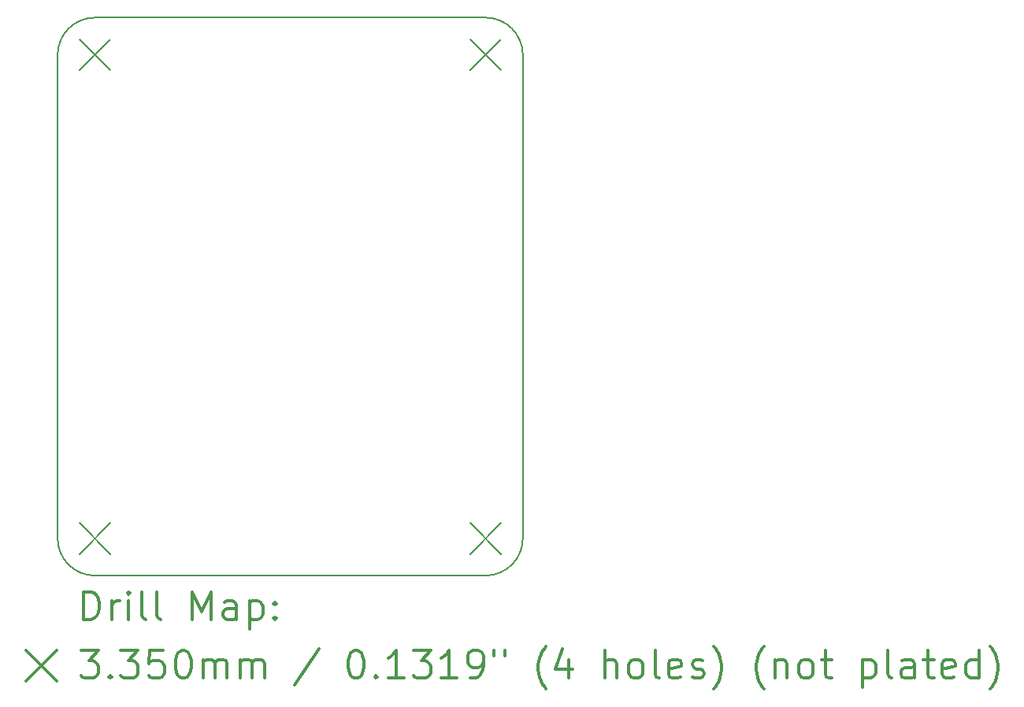
<source format=gbr>
%FSLAX45Y45*%
G04 Gerber Fmt 4.5, Leading zero omitted, Abs format (unit mm)*
G04 Created by KiCad (PCBNEW (5.1.10)-1) date 2021-07-01 22:43:29*
%MOMM*%
%LPD*%
G01*
G04 APERTURE LIST*
%TA.AperFunction,Profile*%
%ADD10C,0.150000*%
%TD*%
%ADD11C,0.200000*%
%ADD12C,0.300000*%
G04 APERTURE END LIST*
D10*
X7300000Y-6100000D02*
G75*
G02*
X7700000Y-5700000I400000J0D01*
G01*
X7700000Y-11700000D02*
G75*
G02*
X7300000Y-11300000I0J400000D01*
G01*
X12300000Y-11300000D02*
G75*
G02*
X11900000Y-11700000I-400000J0D01*
G01*
X11900000Y-5700000D02*
G75*
G02*
X12300000Y-6100000I0J-400000D01*
G01*
X7700000Y-11700000D02*
X11900000Y-11700000D01*
X7700000Y-5700000D02*
X11900000Y-5700000D01*
X12300000Y-11300000D02*
X12300000Y-6100000D01*
X7300000Y-11300000D02*
X7300000Y-6100000D01*
D11*
X7532500Y-5932500D02*
X7867500Y-6267500D01*
X7867500Y-5932500D02*
X7532500Y-6267500D01*
X7532500Y-11132500D02*
X7867500Y-11467500D01*
X7867500Y-11132500D02*
X7532500Y-11467500D01*
X11732500Y-5932500D02*
X12067500Y-6267500D01*
X12067500Y-5932500D02*
X11732500Y-6267500D01*
X11732500Y-11132500D02*
X12067500Y-11467500D01*
X12067500Y-11132500D02*
X11732500Y-11467500D01*
D12*
X7578928Y-12173214D02*
X7578928Y-11873214D01*
X7650357Y-11873214D01*
X7693214Y-11887500D01*
X7721786Y-11916071D01*
X7736071Y-11944643D01*
X7750357Y-12001786D01*
X7750357Y-12044643D01*
X7736071Y-12101786D01*
X7721786Y-12130357D01*
X7693214Y-12158929D01*
X7650357Y-12173214D01*
X7578928Y-12173214D01*
X7878928Y-12173214D02*
X7878928Y-11973214D01*
X7878928Y-12030357D02*
X7893214Y-12001786D01*
X7907500Y-11987500D01*
X7936071Y-11973214D01*
X7964643Y-11973214D01*
X8064643Y-12173214D02*
X8064643Y-11973214D01*
X8064643Y-11873214D02*
X8050357Y-11887500D01*
X8064643Y-11901786D01*
X8078928Y-11887500D01*
X8064643Y-11873214D01*
X8064643Y-11901786D01*
X8250357Y-12173214D02*
X8221786Y-12158929D01*
X8207500Y-12130357D01*
X8207500Y-11873214D01*
X8407500Y-12173214D02*
X8378928Y-12158929D01*
X8364643Y-12130357D01*
X8364643Y-11873214D01*
X8750357Y-12173214D02*
X8750357Y-11873214D01*
X8850357Y-12087500D01*
X8950357Y-11873214D01*
X8950357Y-12173214D01*
X9221786Y-12173214D02*
X9221786Y-12016071D01*
X9207500Y-11987500D01*
X9178928Y-11973214D01*
X9121786Y-11973214D01*
X9093214Y-11987500D01*
X9221786Y-12158929D02*
X9193214Y-12173214D01*
X9121786Y-12173214D01*
X9093214Y-12158929D01*
X9078928Y-12130357D01*
X9078928Y-12101786D01*
X9093214Y-12073214D01*
X9121786Y-12058929D01*
X9193214Y-12058929D01*
X9221786Y-12044643D01*
X9364643Y-11973214D02*
X9364643Y-12273214D01*
X9364643Y-11987500D02*
X9393214Y-11973214D01*
X9450357Y-11973214D01*
X9478928Y-11987500D01*
X9493214Y-12001786D01*
X9507500Y-12030357D01*
X9507500Y-12116071D01*
X9493214Y-12144643D01*
X9478928Y-12158929D01*
X9450357Y-12173214D01*
X9393214Y-12173214D01*
X9364643Y-12158929D01*
X9636071Y-12144643D02*
X9650357Y-12158929D01*
X9636071Y-12173214D01*
X9621786Y-12158929D01*
X9636071Y-12144643D01*
X9636071Y-12173214D01*
X9636071Y-11987500D02*
X9650357Y-12001786D01*
X9636071Y-12016071D01*
X9621786Y-12001786D01*
X9636071Y-11987500D01*
X9636071Y-12016071D01*
X6957500Y-12500000D02*
X7292500Y-12835000D01*
X7292500Y-12500000D02*
X6957500Y-12835000D01*
X7550357Y-12503214D02*
X7736071Y-12503214D01*
X7636071Y-12617500D01*
X7678928Y-12617500D01*
X7707500Y-12631786D01*
X7721786Y-12646071D01*
X7736071Y-12674643D01*
X7736071Y-12746071D01*
X7721786Y-12774643D01*
X7707500Y-12788929D01*
X7678928Y-12803214D01*
X7593214Y-12803214D01*
X7564643Y-12788929D01*
X7550357Y-12774643D01*
X7864643Y-12774643D02*
X7878928Y-12788929D01*
X7864643Y-12803214D01*
X7850357Y-12788929D01*
X7864643Y-12774643D01*
X7864643Y-12803214D01*
X7978928Y-12503214D02*
X8164643Y-12503214D01*
X8064643Y-12617500D01*
X8107500Y-12617500D01*
X8136071Y-12631786D01*
X8150357Y-12646071D01*
X8164643Y-12674643D01*
X8164643Y-12746071D01*
X8150357Y-12774643D01*
X8136071Y-12788929D01*
X8107500Y-12803214D01*
X8021786Y-12803214D01*
X7993214Y-12788929D01*
X7978928Y-12774643D01*
X8436071Y-12503214D02*
X8293214Y-12503214D01*
X8278928Y-12646071D01*
X8293214Y-12631786D01*
X8321786Y-12617500D01*
X8393214Y-12617500D01*
X8421786Y-12631786D01*
X8436071Y-12646071D01*
X8450357Y-12674643D01*
X8450357Y-12746071D01*
X8436071Y-12774643D01*
X8421786Y-12788929D01*
X8393214Y-12803214D01*
X8321786Y-12803214D01*
X8293214Y-12788929D01*
X8278928Y-12774643D01*
X8636071Y-12503214D02*
X8664643Y-12503214D01*
X8693214Y-12517500D01*
X8707500Y-12531786D01*
X8721786Y-12560357D01*
X8736071Y-12617500D01*
X8736071Y-12688929D01*
X8721786Y-12746071D01*
X8707500Y-12774643D01*
X8693214Y-12788929D01*
X8664643Y-12803214D01*
X8636071Y-12803214D01*
X8607500Y-12788929D01*
X8593214Y-12774643D01*
X8578928Y-12746071D01*
X8564643Y-12688929D01*
X8564643Y-12617500D01*
X8578928Y-12560357D01*
X8593214Y-12531786D01*
X8607500Y-12517500D01*
X8636071Y-12503214D01*
X8864643Y-12803214D02*
X8864643Y-12603214D01*
X8864643Y-12631786D02*
X8878928Y-12617500D01*
X8907500Y-12603214D01*
X8950357Y-12603214D01*
X8978928Y-12617500D01*
X8993214Y-12646071D01*
X8993214Y-12803214D01*
X8993214Y-12646071D02*
X9007500Y-12617500D01*
X9036071Y-12603214D01*
X9078928Y-12603214D01*
X9107500Y-12617500D01*
X9121786Y-12646071D01*
X9121786Y-12803214D01*
X9264643Y-12803214D02*
X9264643Y-12603214D01*
X9264643Y-12631786D02*
X9278928Y-12617500D01*
X9307500Y-12603214D01*
X9350357Y-12603214D01*
X9378928Y-12617500D01*
X9393214Y-12646071D01*
X9393214Y-12803214D01*
X9393214Y-12646071D02*
X9407500Y-12617500D01*
X9436071Y-12603214D01*
X9478928Y-12603214D01*
X9507500Y-12617500D01*
X9521786Y-12646071D01*
X9521786Y-12803214D01*
X10107500Y-12488929D02*
X9850357Y-12874643D01*
X10493214Y-12503214D02*
X10521786Y-12503214D01*
X10550357Y-12517500D01*
X10564643Y-12531786D01*
X10578928Y-12560357D01*
X10593214Y-12617500D01*
X10593214Y-12688929D01*
X10578928Y-12746071D01*
X10564643Y-12774643D01*
X10550357Y-12788929D01*
X10521786Y-12803214D01*
X10493214Y-12803214D01*
X10464643Y-12788929D01*
X10450357Y-12774643D01*
X10436071Y-12746071D01*
X10421786Y-12688929D01*
X10421786Y-12617500D01*
X10436071Y-12560357D01*
X10450357Y-12531786D01*
X10464643Y-12517500D01*
X10493214Y-12503214D01*
X10721786Y-12774643D02*
X10736071Y-12788929D01*
X10721786Y-12803214D01*
X10707500Y-12788929D01*
X10721786Y-12774643D01*
X10721786Y-12803214D01*
X11021786Y-12803214D02*
X10850357Y-12803214D01*
X10936071Y-12803214D02*
X10936071Y-12503214D01*
X10907500Y-12546071D01*
X10878928Y-12574643D01*
X10850357Y-12588929D01*
X11121786Y-12503214D02*
X11307500Y-12503214D01*
X11207500Y-12617500D01*
X11250357Y-12617500D01*
X11278928Y-12631786D01*
X11293214Y-12646071D01*
X11307500Y-12674643D01*
X11307500Y-12746071D01*
X11293214Y-12774643D01*
X11278928Y-12788929D01*
X11250357Y-12803214D01*
X11164643Y-12803214D01*
X11136071Y-12788929D01*
X11121786Y-12774643D01*
X11593214Y-12803214D02*
X11421786Y-12803214D01*
X11507500Y-12803214D02*
X11507500Y-12503214D01*
X11478928Y-12546071D01*
X11450357Y-12574643D01*
X11421786Y-12588929D01*
X11736071Y-12803214D02*
X11793214Y-12803214D01*
X11821786Y-12788929D01*
X11836071Y-12774643D01*
X11864643Y-12731786D01*
X11878928Y-12674643D01*
X11878928Y-12560357D01*
X11864643Y-12531786D01*
X11850357Y-12517500D01*
X11821786Y-12503214D01*
X11764643Y-12503214D01*
X11736071Y-12517500D01*
X11721786Y-12531786D01*
X11707500Y-12560357D01*
X11707500Y-12631786D01*
X11721786Y-12660357D01*
X11736071Y-12674643D01*
X11764643Y-12688929D01*
X11821786Y-12688929D01*
X11850357Y-12674643D01*
X11864643Y-12660357D01*
X11878928Y-12631786D01*
X11993214Y-12503214D02*
X11993214Y-12560357D01*
X12107500Y-12503214D02*
X12107500Y-12560357D01*
X12550357Y-12917500D02*
X12536071Y-12903214D01*
X12507500Y-12860357D01*
X12493214Y-12831786D01*
X12478928Y-12788929D01*
X12464643Y-12717500D01*
X12464643Y-12660357D01*
X12478928Y-12588929D01*
X12493214Y-12546071D01*
X12507500Y-12517500D01*
X12536071Y-12474643D01*
X12550357Y-12460357D01*
X12793214Y-12603214D02*
X12793214Y-12803214D01*
X12721786Y-12488929D02*
X12650357Y-12703214D01*
X12836071Y-12703214D01*
X13178928Y-12803214D02*
X13178928Y-12503214D01*
X13307500Y-12803214D02*
X13307500Y-12646071D01*
X13293214Y-12617500D01*
X13264643Y-12603214D01*
X13221786Y-12603214D01*
X13193214Y-12617500D01*
X13178928Y-12631786D01*
X13493214Y-12803214D02*
X13464643Y-12788929D01*
X13450357Y-12774643D01*
X13436071Y-12746071D01*
X13436071Y-12660357D01*
X13450357Y-12631786D01*
X13464643Y-12617500D01*
X13493214Y-12603214D01*
X13536071Y-12603214D01*
X13564643Y-12617500D01*
X13578928Y-12631786D01*
X13593214Y-12660357D01*
X13593214Y-12746071D01*
X13578928Y-12774643D01*
X13564643Y-12788929D01*
X13536071Y-12803214D01*
X13493214Y-12803214D01*
X13764643Y-12803214D02*
X13736071Y-12788929D01*
X13721786Y-12760357D01*
X13721786Y-12503214D01*
X13993214Y-12788929D02*
X13964643Y-12803214D01*
X13907500Y-12803214D01*
X13878928Y-12788929D01*
X13864643Y-12760357D01*
X13864643Y-12646071D01*
X13878928Y-12617500D01*
X13907500Y-12603214D01*
X13964643Y-12603214D01*
X13993214Y-12617500D01*
X14007500Y-12646071D01*
X14007500Y-12674643D01*
X13864643Y-12703214D01*
X14121786Y-12788929D02*
X14150357Y-12803214D01*
X14207500Y-12803214D01*
X14236071Y-12788929D01*
X14250357Y-12760357D01*
X14250357Y-12746071D01*
X14236071Y-12717500D01*
X14207500Y-12703214D01*
X14164643Y-12703214D01*
X14136071Y-12688929D01*
X14121786Y-12660357D01*
X14121786Y-12646071D01*
X14136071Y-12617500D01*
X14164643Y-12603214D01*
X14207500Y-12603214D01*
X14236071Y-12617500D01*
X14350357Y-12917500D02*
X14364643Y-12903214D01*
X14393214Y-12860357D01*
X14407500Y-12831786D01*
X14421786Y-12788929D01*
X14436071Y-12717500D01*
X14436071Y-12660357D01*
X14421786Y-12588929D01*
X14407500Y-12546071D01*
X14393214Y-12517500D01*
X14364643Y-12474643D01*
X14350357Y-12460357D01*
X14893214Y-12917500D02*
X14878928Y-12903214D01*
X14850357Y-12860357D01*
X14836071Y-12831786D01*
X14821786Y-12788929D01*
X14807500Y-12717500D01*
X14807500Y-12660357D01*
X14821786Y-12588929D01*
X14836071Y-12546071D01*
X14850357Y-12517500D01*
X14878928Y-12474643D01*
X14893214Y-12460357D01*
X15007500Y-12603214D02*
X15007500Y-12803214D01*
X15007500Y-12631786D02*
X15021786Y-12617500D01*
X15050357Y-12603214D01*
X15093214Y-12603214D01*
X15121786Y-12617500D01*
X15136071Y-12646071D01*
X15136071Y-12803214D01*
X15321786Y-12803214D02*
X15293214Y-12788929D01*
X15278928Y-12774643D01*
X15264643Y-12746071D01*
X15264643Y-12660357D01*
X15278928Y-12631786D01*
X15293214Y-12617500D01*
X15321786Y-12603214D01*
X15364643Y-12603214D01*
X15393214Y-12617500D01*
X15407500Y-12631786D01*
X15421786Y-12660357D01*
X15421786Y-12746071D01*
X15407500Y-12774643D01*
X15393214Y-12788929D01*
X15364643Y-12803214D01*
X15321786Y-12803214D01*
X15507500Y-12603214D02*
X15621786Y-12603214D01*
X15550357Y-12503214D02*
X15550357Y-12760357D01*
X15564643Y-12788929D01*
X15593214Y-12803214D01*
X15621786Y-12803214D01*
X15950357Y-12603214D02*
X15950357Y-12903214D01*
X15950357Y-12617500D02*
X15978928Y-12603214D01*
X16036071Y-12603214D01*
X16064643Y-12617500D01*
X16078928Y-12631786D01*
X16093214Y-12660357D01*
X16093214Y-12746071D01*
X16078928Y-12774643D01*
X16064643Y-12788929D01*
X16036071Y-12803214D01*
X15978928Y-12803214D01*
X15950357Y-12788929D01*
X16264643Y-12803214D02*
X16236071Y-12788929D01*
X16221786Y-12760357D01*
X16221786Y-12503214D01*
X16507500Y-12803214D02*
X16507500Y-12646071D01*
X16493214Y-12617500D01*
X16464643Y-12603214D01*
X16407500Y-12603214D01*
X16378928Y-12617500D01*
X16507500Y-12788929D02*
X16478928Y-12803214D01*
X16407500Y-12803214D01*
X16378928Y-12788929D01*
X16364643Y-12760357D01*
X16364643Y-12731786D01*
X16378928Y-12703214D01*
X16407500Y-12688929D01*
X16478928Y-12688929D01*
X16507500Y-12674643D01*
X16607500Y-12603214D02*
X16721786Y-12603214D01*
X16650357Y-12503214D02*
X16650357Y-12760357D01*
X16664643Y-12788929D01*
X16693214Y-12803214D01*
X16721786Y-12803214D01*
X16936071Y-12788929D02*
X16907500Y-12803214D01*
X16850357Y-12803214D01*
X16821786Y-12788929D01*
X16807500Y-12760357D01*
X16807500Y-12646071D01*
X16821786Y-12617500D01*
X16850357Y-12603214D01*
X16907500Y-12603214D01*
X16936071Y-12617500D01*
X16950357Y-12646071D01*
X16950357Y-12674643D01*
X16807500Y-12703214D01*
X17207500Y-12803214D02*
X17207500Y-12503214D01*
X17207500Y-12788929D02*
X17178928Y-12803214D01*
X17121786Y-12803214D01*
X17093214Y-12788929D01*
X17078928Y-12774643D01*
X17064643Y-12746071D01*
X17064643Y-12660357D01*
X17078928Y-12631786D01*
X17093214Y-12617500D01*
X17121786Y-12603214D01*
X17178928Y-12603214D01*
X17207500Y-12617500D01*
X17321786Y-12917500D02*
X17336071Y-12903214D01*
X17364643Y-12860357D01*
X17378928Y-12831786D01*
X17393214Y-12788929D01*
X17407500Y-12717500D01*
X17407500Y-12660357D01*
X17393214Y-12588929D01*
X17378928Y-12546071D01*
X17364643Y-12517500D01*
X17336071Y-12474643D01*
X17321786Y-12460357D01*
M02*

</source>
